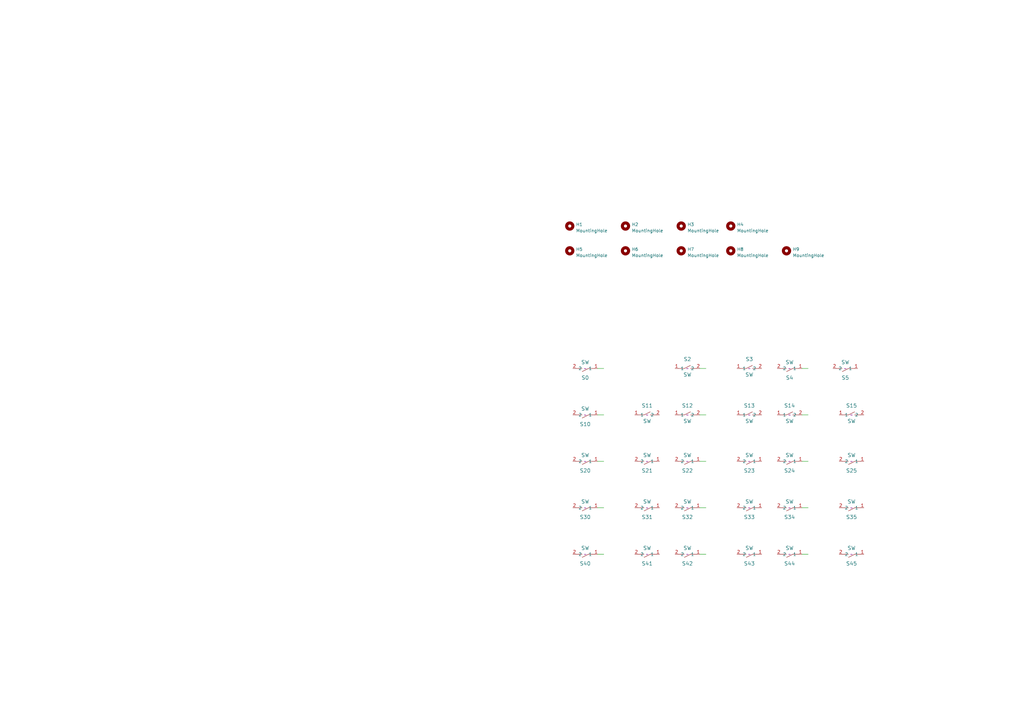
<source format=kicad_sch>
(kicad_sch (version 20230121) (generator eeschema)
  (paper "A3")
  (lib_symbols
    (symbol "Mechanical:MountingHole" (pin_names (offset 1.016))
      (property "Reference" "H" (at 0 5.08 0))
      (property "Value" "MountingHole" (at 0 3.175 0))
      (symbol "MountingHole_0_1"
        (circle (center 0 0) (radius 1.27) (stroke (width 1.27)))
      )
    )
    (symbol "YAEMK:MX_1U" (pin_names (offset 1.016))
      (property "Reference" "S" (at 0 -2.54 0))
      (property "Value" "MX_1U" (at 0 3.81 0))
      (symbol "MX_1U_1_1"
        (polyline (pts (xy 2.54 0) (xy 1.27 0)))
        (polyline (pts (xy 3.81 0) (xy 2.54 0)))
        (polyline (pts (xy 1.27 1.27) (xy -1.27 0) (xy -3.81 0)))
        (pin bidirectional line (at -5.08 0 0) (length 1.27) (name "1") (number "1"))
        (pin bidirectional line (at 5.08 0 180) (length 1.27) (name "2") (number "2"))
      )
    )
  )
  (wire (pts (xy 287.02 151.13) (xy 289.56 151.13)))
  (wire (pts (xy 328.93 227.33) (xy 331.47 227.33)))
  (wire (pts (xy 287.02 208.28) (xy 289.56 208.28)))
  (wire (pts (xy 328.93 151.13) (xy 331.47 151.13)))
  (wire (pts (xy 245.11 151.13) (xy 247.65 151.13)))
  (wire (pts (xy 245.11 208.28) (xy 247.65 208.28)))
  (wire (pts (xy 287.02 189.23) (xy 289.56 189.23)))
  (wire (pts (xy 245.11 170.18) (xy 247.65 170.18)))
  (wire (pts (xy 328.93 170.18) (xy 331.47 170.18)))
  (wire (pts (xy 287.02 170.18) (xy 289.56 170.18)))
  (wire (pts (xy 245.11 189.23) (xy 247.65 189.23)))
  (wire (pts (xy 328.93 189.23) (xy 331.47 189.23)))
  (wire (pts (xy 287.02 227.33) (xy 289.56 227.33)))
  (wire (pts (xy 245.11 227.33) (xy 247.65 227.33)))
  (wire (pts (xy 328.93 208.28) (xy 331.47 208.28)))
  (symbol (lib_id "Mechanical:MountingHole") (at 322.58 102.87 0) (unit 1)
    (property "Reference" "H9" (at 325.12 102.235 0) (effects (justify left)))
    (property "Value" "MountingHole" (at 325.12 104.775 0) (effects (justify left)))
    (property "Footprint" "MountingHole:MountingHole_2.2mm_M2" (effects hide))
  )
  (symbol (lib_id "YAEMK:MX_1U") (at 349.25 170.18 0) (unit 1)
    (property "Reference" "S15" (at 349.25 166.37 0) (effects (font (size 1.524 1.524))))
    (property "Value" "SW" (at 349.25 172.72 0) (effects (font (size 1.524 1.524))))
    (property "Footprint" "pretty:MX-1U-Hotswap" (effects hide))
    (property "Datasheet" "~" (at 349.25 170.18 0) (effects (font (size 1.524 1.524))))
    (property "JLCPCB BOM" "0" (effects hide))
  )
  (symbol (lib_id "YAEMK:MX_1U") (at 307.34 208.28 180) (unit 1)
    (property "Reference" "S33" (at 307.34 212.09 0) (effects (font (size 1.524 1.524))))
    (property "Value" "SW" (at 307.34 205.74 0) (effects (font (size 1.524 1.524))))
    (property "Footprint" "pretty:MX-1U-Hotswap" (effects hide))
    (property "Datasheet" "~" (at 307.34 208.28 0) (effects (font (size 1.524 1.524))))
    (property "JLCPCB BOM" "0" (effects hide))
  )
  (symbol (lib_id "YAEMK:MX_1U") (at 281.94 151.13 0) (unit 1)
    (property "Reference" "S2" (at 281.94 147.32 0) (effects (font (size 1.524 1.524))))
    (property "Value" "SW" (at 281.94 153.67 0) (effects (font (size 1.524 1.524))))
    (property "Footprint" "pretty:MX-1U-Hotswap" (effects hide))
    (property "Datasheet" "~" (at 281.94 151.13 0) (effects (font (size 1.524 1.524))))
    (property "JLCPCB BOM" "0" (effects hide))
  )
  (symbol (lib_id "YAEMK:MX_1U") (at 265.43 170.18 0) (unit 1)
    (property "Reference" "S11" (at 265.43 166.37 0) (effects (font (size 1.524 1.524))))
    (property "Value" "SW" (at 265.43 172.72 0) (effects (font (size 1.524 1.524))))
    (property "Footprint" "pretty:MX-1U-Hotswap" (effects hide))
    (property "Datasheet" "~" (at 265.43 170.18 0) (effects (font (size 1.524 1.524))))
    (property "JLCPCB BOM" "0" (effects hide))
  )
  (symbol (lib_id "YAEMK:MX_1U") (at 281.94 227.33 180) (unit 1)
    (property "Reference" "S42" (at 281.94 231.14 0) (effects (font (size 1.524 1.524))))
    (property "Value" "SW" (at 281.94 224.79 0) (effects (font (size 1.524 1.524))))
    (property "Footprint" "pretty:MX-1U-Hotswap" (effects hide))
    (property "Datasheet" "~" (at 281.94 227.33 0) (effects (font (size 1.524 1.524))))
    (property "JLCPCB BOM" "0" (effects hide))
  )
  (symbol (lib_id "YAEMK:MX_1U") (at 240.03 208.28 180) (unit 1)
    (property "Reference" "S30" (at 240.03 212.09 0) (effects (font (size 1.524 1.524))))
    (property "Value" "SW" (at 240.03 205.74 0) (effects (font (size 1.524 1.524))))
    (property "Footprint" "pretty:MX-1U-Hotswap" (effects hide))
    (property "Datasheet" "~" (at 240.03 208.28 0) (effects (font (size 1.524 1.524))))
    (property "JLCPCB BOM" "0" (effects hide))
  )
  (symbol (lib_id "YAEMK:MX_1U") (at 323.85 170.18 0) (unit 1)
    (property "Reference" "S14" (at 323.85 166.37 0) (effects (font (size 1.524 1.524))))
    (property "Value" "SW" (at 323.85 172.72 0) (effects (font (size 1.524 1.524))))
    (property "Footprint" "pretty:MX-1U-Hotswap" (effects hide))
    (property "Datasheet" "~" (at 323.85 170.18 0) (effects (font (size 1.524 1.524))))
    (property "JLCPCB BOM" "0" (effects hide))
  )
  (symbol (lib_id "YAEMK:MX_1U") (at 307.34 227.33 180) (unit 1)
    (property "Reference" "S43" (at 307.34 231.14 0) (effects (font (size 1.524 1.524))))
    (property "Value" "SW" (at 307.34 224.79 0) (effects (font (size 1.524 1.524))))
    (property "Footprint" "pretty:MX-1U-Hotswap" (effects hide))
    (property "Datasheet" "~" (at 307.34 227.33 0) (effects (font (size 1.524 1.524))))
    (property "JLCPCB BOM" "0" (effects hide))
  )
  (symbol (lib_id "Mechanical:MountingHole") (at 233.68 92.71 0) (unit 1)
    (property "Reference" "H1" (at 236.22 92.075 0) (effects (justify left)))
    (property "Value" "MountingHole" (at 236.22 94.615 0) (effects (justify left)))
    (property "Footprint" "MountingHole:MountingHole_2.2mm_M2" (effects hide))
  )
  (symbol (lib_id "Mechanical:MountingHole") (at 256.54 92.71 0) (unit 1)
    (property "Reference" "H2" (at 259.08 92.075 0) (effects (justify left)))
    (property "Value" "MountingHole" (at 259.08 94.615 0) (effects (justify left)))
    (property "Footprint" "MountingHole:MountingHole_2.2mm_M2" (effects hide))
  )
  (symbol (lib_id "YAEMK:MX_1U") (at 281.94 208.28 180) (unit 1)
    (property "Reference" "S32" (at 281.94 212.09 0) (effects (font (size 1.524 1.524))))
    (property "Value" "SW" (at 281.94 205.74 0) (effects (font (size 1.524 1.524))))
    (property "Footprint" "pretty:MX-1U-Hotswap" (effects hide))
    (property "Datasheet" "~" (at 281.94 208.28 0) (effects (font (size 1.524 1.524))))
    (property "JLCPCB BOM" "0" (effects hide))
  )
  (symbol (lib_id "Mechanical:MountingHole") (at 233.68 102.87 0) (unit 1)
    (property "Reference" "H5" (at 236.22 102.235 0) (effects (justify left)))
    (property "Value" "MountingHole" (at 236.22 104.775 0) (effects (justify left)))
    (property "Footprint" "MountingHole:MountingHole_2.2mm_M2" (effects hide))
  )
  (symbol (lib_id "YAEMK:MX_1U") (at 323.85 151.13 180) (unit 1)
    (property "Reference" "S4" (at 323.85 154.94 0) (effects (font (size 1.524 1.524))))
    (property "Value" "SW" (at 323.85 148.59 0) (effects (font (size 1.524 1.524))))
    (property "Footprint" "pretty:MX-1U-Hotswap" (effects hide))
    (property "Datasheet" "~" (at 323.85 151.13 0) (effects (font (size 1.524 1.524))))
    (property "JLCPCB BOM" "0" (effects hide))
  )
  (symbol (lib_id "Mechanical:MountingHole") (at 279.4 92.71 0) (unit 1)
    (property "Reference" "H3" (at 281.94 92.075 0) (effects (justify left)))
    (property "Value" "MountingHole" (at 281.94 94.615 0) (effects (justify left)))
    (property "Footprint" "MountingHole:MountingHole_2.2mm_M2" (effects hide))
  )
  (symbol (lib_id "Mechanical:MountingHole") (at 299.72 102.87 0) (unit 1)
    (property "Reference" "H8" (at 302.26 102.235 0) (effects (justify left)))
    (property "Value" "MountingHole" (at 302.26 104.775 0) (effects (justify left)))
    (property "Footprint" "MountingHole:MountingHole_2.2mm_M2" (effects hide))
  )
  (symbol (lib_id "Mechanical:MountingHole") (at 279.4 102.87 0) (unit 1)
    (property "Reference" "H7" (at 281.94 102.235 0) (effects (justify left)))
    (property "Value" "MountingHole" (at 281.94 104.775 0) (effects (justify left)))
    (property "Footprint" "MountingHole:MountingHole_2.2mm_M2" (effects hide))
  )
  (symbol (lib_id "Mechanical:MountingHole") (at 256.54 102.87 0) (unit 1)
    (property "Reference" "H6" (at 259.08 102.235 0) (effects (justify left)))
    (property "Value" "MountingHole" (at 259.08 104.775 0) (effects (justify left)))
    (property "Footprint" "MountingHole:MountingHole_2.2mm_M2" (effects hide))
  )
  (symbol (lib_id "YAEMK:MX_1U") (at 240.03 170.18 180) (unit 1)
    (property "Reference" "S10" (at 240.03 173.99 0) (effects (font (size 1.524 1.524))))
    (property "Value" "SW" (at 240.03 167.64 0) (effects (font (size 1.524 1.524))))
    (property "Footprint" "pretty:MX-1U-Hotswap" (effects hide))
    (property "Datasheet" "~" (at 240.03 170.18 0) (effects (font (size 1.524 1.524))))
    (property "JLCPCB BOM" "0" (effects hide))
  )
  (symbol (lib_id "YAEMK:MX_1U") (at 265.43 227.33 180) (unit 1)
    (property "Reference" "S41" (at 265.43 231.14 0) (effects (font (size 1.524 1.524))))
    (property "Value" "SW" (at 265.43 224.79 0) (effects (font (size 1.524 1.524))))
    (property "Footprint" "pretty:MX-1U-Hotswap" (effects hide))
    (property "Datasheet" "~" (at 265.43 227.33 0) (effects (font (size 1.524 1.524))))
    (property "JLCPCB BOM" "0" (effects hide))
  )
  (symbol (lib_id "YAEMK:MX_1U") (at 240.03 189.23 180) (unit 1)
    (property "Reference" "S20" (at 240.03 193.04 0) (effects (font (size 1.524 1.524))))
    (property "Value" "SW" (at 240.03 186.69 0) (effects (font (size 1.524 1.524))))
    (property "Footprint" "pretty:MX-1U-Hotswap" (effects hide))
    (property "Datasheet" "~" (at 240.03 189.23 0) (effects (font (size 1.524 1.524))))
    (property "JLCPCB BOM" "0" (effects hide))
  )
  (symbol (lib_id "Mechanical:MountingHole") (at 299.72 92.71 0) (unit 1)
    (property "Reference" "H4" (at 302.26 92.075 0) (effects (justify left)))
    (property "Value" "MountingHole" (at 302.26 94.615 0) (effects (justify left)))
    (property "Footprint" "MountingHole:MountingHole_2.2mm_M2" (effects hide))
  )
  (symbol (lib_id "YAEMK:MX_1U") (at 349.25 208.28 180) (unit 1)
    (property "Reference" "S35" (at 349.25 212.09 0) (effects (font (size 1.524 1.524))))
    (property "Value" "SW" (at 349.25 205.74 0) (effects (font (size 1.524 1.524))))
    (property "Footprint" "pretty:MX-1U-Hotswap" (effects hide))
    (property "Datasheet" "~" (at 349.25 208.28 0) (effects (font (size 1.524 1.524))))
    (property "JLCPCB BOM" "0" (effects hide))
  )
  (symbol (lib_id "YAEMK:MX_1U") (at 346.71 151.13 180) (unit 1)
    (property "Reference" "S5" (at 346.71 154.94 0) (effects (font (size 1.524 1.524))))
    (property "Value" "SW" (at 346.71 148.59 0) (effects (font (size 1.524 1.524))))
    (property "Footprint" "pretty:MX-1U-Hotswap" (effects hide))
    (property "Datasheet" "~" (at 346.71 151.13 0) (effects (font (size 1.524 1.524))))
    (property "JLCPCB BOM" "0" (effects hide))
  )
  (symbol (lib_id "YAEMK:MX_1U") (at 323.85 189.23 180) (unit 1)
    (property "Reference" "S24" (at 323.85 193.04 0) (effects (font (size 1.524 1.524))))
    (property "Value" "SW" (at 323.85 186.69 0) (effects (font (size 1.524 1.524))))
    (property "Footprint" "pretty:MX-1U-Hotswap" (effects hide))
    (property "Datasheet" "~" (at 323.85 189.23 0) (effects (font (size 1.524 1.524))))
    (property "JLCPCB BOM" "0" (effects hide))
  )
  (symbol (lib_id "YAEMK:MX_1U") (at 281.94 189.23 180) (unit 1)
    (property "Reference" "S22" (at 281.94 193.04 0) (effects (font (size 1.524 1.524))))
    (property "Value" "SW" (at 281.94 186.69 0) (effects (font (size 1.524 1.524))))
    (property "Footprint" "pretty:MX-1U-Hotswap" (effects hide))
    (property "Datasheet" "~" (at 281.94 189.23 0) (effects (font (size 1.524 1.524))))
    (property "JLCPCB BOM" "0" (effects hide))
  )
  (symbol (lib_id "YAEMK:MX_1U") (at 349.25 189.23 180) (unit 1)
    (property "Reference" "S25" (at 349.25 193.04 0) (effects (font (size 1.524 1.524))))
    (property "Value" "SW" (at 349.25 186.69 0) (effects (font (size 1.524 1.524))))
    (property "Footprint" "pretty:MX-1U-Hotswap" (effects hide))
    (property "Datasheet" "~" (at 349.25 189.23 0) (effects (font (size 1.524 1.524))))
    (property "JLCPCB BOM" "0" (effects hide))
  )
  (symbol (lib_id "YAEMK:MX_1U") (at 307.34 151.13 0) (unit 1)
    (property "Reference" "S3" (at 307.34 147.32 0) (effects (font (size 1.524 1.524))))
    (property "Value" "SW" (at 307.34 153.67 0) (effects (font (size 1.524 1.524))))
    (property "Footprint" "pretty:MX-1U-Hotswap" (effects hide))
    (property "Datasheet" "~" (at 307.34 151.13 0) (effects (font (size 1.524 1.524))))
    (property "JLCPCB BOM" "0" (effects hide))
  )
  (symbol (lib_id "YAEMK:MX_1U") (at 307.34 189.23 180) (unit 1)
    (property "Reference" "S23" (at 307.34 193.04 0) (effects (font (size 1.524 1.524))))
    (property "Value" "SW" (at 307.34 186.69 0) (effects (font (size 1.524 1.524))))
    (property "Footprint" "pretty:MX-1U-Hotswap" (effects hide))
    (property "Datasheet" "~" (at 307.34 189.23 0) (effects (font (size 1.524 1.524))))
    (property "JLCPCB BOM" "0" (effects hide))
  )
  (symbol (lib_id "YAEMK:MX_1U") (at 240.03 227.33 180) (unit 1)
    (property "Reference" "S40" (at 240.03 231.14 0) (effects (font (size 1.524 1.524))))
    (property "Value" "SW" (at 240.03 224.79 0) (effects (font (size 1.524 1.524))))
    (property "Footprint" "pretty:MX-1U-Hotswap" (effects hide))
    (property "Datasheet" "~" (at 240.03 227.33 0) (effects (font (size 1.524 1.524))))
    (property "JLCPCB BOM" "0" (effects hide))
  )
  (symbol (lib_id "YAEMK:MX_1U") (at 281.94 170.18 0) (unit 1)
    (property "Reference" "S12" (at 281.94 166.37 0) (effects (font (size 1.524 1.524))))
    (property "Value" "SW" (at 281.94 172.72 0) (effects (font (size 1.524 1.524))))
    (property "Footprint" "pretty:MX-1U-Hotswap" (effects hide))
    (property "Datasheet" "~" (at 281.94 170.18 0) (effects (font (size 1.524 1.524))))
    (property "JLCPCB BOM" "0" (effects hide))
  )
  (symbol (lib_id "YAEMK:MX_1U") (at 265.43 189.23 180) (unit 1)
    (property "Reference" "S21" (at 265.43 193.04 0) (effects (font (size 1.524 1.524))))
    (property "Value" "SW" (at 265.43 186.69 0) (effects (font (size 1.524 1.524))))
    (property "Footprint" "pretty:MX-1U-Hotswap" (effects hide))
    (property "Datasheet" "~" (at 265.43 189.23 0) (effects (font (size 1.524 1.524))))
    (property "JLCPCB BOM" "0" (effects hide))
  )
  (symbol (lib_id "YAEMK:MX_1U") (at 323.85 208.28 180) (unit 1)
    (property "Reference" "S34" (at 323.85 212.09 0) (effects (font (size 1.524 1.524))))
    (property "Value" "SW" (at 323.85 205.74 0) (effects (font (size 1.524 1.524))))
    (property "Footprint" "pretty:MX-1U-Hotswap" (effects hide))
    (property "Datasheet" "~" (at 323.85 208.28 0) (effects (font (size 1.524 1.524))))
    (property "JLCPCB BOM" "0" (effects hide))
  )
  (symbol (lib_id "YAEMK:MX_1U") (at 265.43 208.28 180) (unit 1)
    (property "Reference" "S31" (at 265.43 212.09 0) (effects (font (size 1.524 1.524))))
    (property "Value" "SW" (at 265.43 205.74 0) (effects (font (size 1.524 1.524))))
    (property "Footprint" "pretty:MX-1U-Hotswap" (effects hide))
    (property "Datasheet" "~" (at 265.43 208.28 0) (effects (font (size 1.524 1.524))))
    (property "JLCPCB BOM" "0" (effects hide))
  )
  (symbol (lib_id "YAEMK:MX_1U") (at 349.25 227.33 180) (unit 1)
    (property "Reference" "S45" (at 349.25 231.14 0) (effects (font (size 1.524 1.524))))
    (property "Value" "SW" (at 349.25 224.79 0) (effects (font (size 1.524 1.524))))
    (property "Footprint" "pretty:MX-1U-Hotswap" (effects hide))
    (property "Datasheet" "~" (at 349.25 227.33 0) (effects (font (size 1.524 1.524))))
    (property "JLCPCB BOM" "0" (effects hide))
  )
  (symbol (lib_id "YAEMK:MX_1U") (at 323.85 227.33 180) (unit 1)
    (property "Reference" "S44" (at 323.85 231.14 0) (effects (font (size 1.524 1.524))))
    (property "Value" "SW" (at 323.85 224.79 0) (effects (font (size 1.524 1.524))))
    (property "Footprint" "pretty:MX-1U-Hotswap" (effects hide))
    (property "Datasheet" "~" (at 323.85 227.33 0) (effects (font (size 1.524 1.524))))
    (property "JLCPCB BOM" "0" (effects hide))
  )
  (symbol (lib_id "YAEMK:MX_1U") (at 307.34 170.18 0) (unit 1)
    (property "Reference" "S13" (at 307.34 166.37 0) (effects (font (size 1.524 1.524))))
    (property "Value" "SW" (at 307.34 172.72 0) (effects (font (size 1.524 1.524))))
    (property "Footprint" "pretty:MX-1U-Hotswap" (effects hide))
    (property "Datasheet" "~" (at 307.34 170.18 0) (effects (font (size 1.524 1.524))))
    (property "JLCPCB BOM" "0" (effects hide))
  )
  (symbol (lib_id "YAEMK:MX_1U") (at 240.03 151.13 180) (unit 1)
    (property "Reference" "S0" (at 240.03 154.94 0) (effects (font (size 1.524 1.524))))
    (property "Value" "SW" (at 240.03 148.59 0) (effects (font (size 1.524 1.524))))
    (property "Footprint" "pretty:MX-1U-Hotswap" (effects hide))
    (property "Datasheet" "~" (at 240.03 151.13 0) (effects (font (size 1.524 1.524))))
    (property "JLCPCB BOM" "0" (effects hide))
  )
)
</source>
